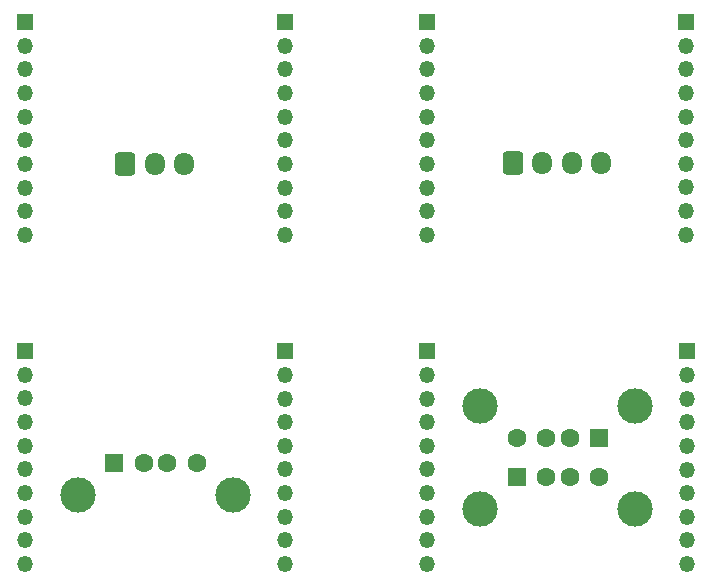
<source format=gbr>
%TF.GenerationSoftware,KiCad,Pcbnew,7.0.7*%
%TF.CreationDate,2023-10-06T19:00:49-06:00*%
%TF.ProjectId,Modular_Interfaces_No_GigE,4d6f6475-6c61-4725-9f49-6e7465726661,rev?*%
%TF.SameCoordinates,Original*%
%TF.FileFunction,Copper,L2,Bot*%
%TF.FilePolarity,Positive*%
%FSLAX46Y46*%
G04 Gerber Fmt 4.6, Leading zero omitted, Abs format (unit mm)*
G04 Created by KiCad (PCBNEW 7.0.7) date 2023-10-06 19:00:49*
%MOMM*%
%LPD*%
G01*
G04 APERTURE LIST*
G04 Aperture macros list*
%AMRoundRect*
0 Rectangle with rounded corners*
0 $1 Rounding radius*
0 $2 $3 $4 $5 $6 $7 $8 $9 X,Y pos of 4 corners*
0 Add a 4 corners polygon primitive as box body*
4,1,4,$2,$3,$4,$5,$6,$7,$8,$9,$2,$3,0*
0 Add four circle primitives for the rounded corners*
1,1,$1+$1,$2,$3*
1,1,$1+$1,$4,$5*
1,1,$1+$1,$6,$7*
1,1,$1+$1,$8,$9*
0 Add four rect primitives between the rounded corners*
20,1,$1+$1,$2,$3,$4,$5,0*
20,1,$1+$1,$4,$5,$6,$7,0*
20,1,$1+$1,$6,$7,$8,$9,0*
20,1,$1+$1,$8,$9,$2,$3,0*%
G04 Aperture macros list end*
%TA.AperFunction,ComponentPad*%
%ADD10RoundRect,0.250000X-0.600000X-0.725000X0.600000X-0.725000X0.600000X0.725000X-0.600000X0.725000X0*%
%TD*%
%TA.AperFunction,ComponentPad*%
%ADD11O,1.700000X1.950000*%
%TD*%
%TA.AperFunction,ComponentPad*%
%ADD12R,1.350000X1.350000*%
%TD*%
%TA.AperFunction,ComponentPad*%
%ADD13O,1.350000X1.350000*%
%TD*%
%TA.AperFunction,ComponentPad*%
%ADD14R,1.600000X1.600000*%
%TD*%
%TA.AperFunction,ComponentPad*%
%ADD15C,1.600000*%
%TD*%
%TA.AperFunction,ComponentPad*%
%ADD16C,3.000000*%
%TD*%
G04 APERTURE END LIST*
D10*
%TO.P,J11,1,Pin_1*%
%TO.N,Net-(J11-Pin_1)*%
X139523507Y-78091199D03*
D11*
%TO.P,J11,2,Pin_2*%
%TO.N,Net-(J11-Pin_2)*%
X142023507Y-78091199D03*
%TO.P,J11,3,Pin_3*%
%TO.N,Net-(J11-Pin_3)*%
X144523507Y-78091199D03*
%TO.P,J11,4,Pin_4*%
%TO.N,Net-(J11-Pin_4)*%
X147023507Y-78091199D03*
%TD*%
D12*
%TO.P,J13,1,Pin_1*%
%TO.N,Net-(J11-Pin_3)*%
X154220000Y-66120000D03*
D13*
%TO.P,J13,2,Pin_2*%
%TO.N,Net-(J11-Pin_4)*%
X154220000Y-68120000D03*
%TO.P,J13,3,Pin_3*%
%TO.N,unconnected-(J13-Pin_3-Pad3)*%
X154220000Y-70120000D03*
%TO.P,J13,4,Pin_4*%
%TO.N,unconnected-(J13-Pin_4-Pad4)*%
X154220000Y-72120000D03*
%TO.P,J13,5,Pin_5*%
%TO.N,unconnected-(J13-Pin_5-Pad5)*%
X154220000Y-74120000D03*
%TO.P,J13,6,Pin_6*%
%TO.N,unconnected-(J13-Pin_6-Pad6)*%
X154220000Y-76120000D03*
%TO.P,J13,7,Pin_7*%
%TO.N,unconnected-(J13-Pin_7-Pad7)*%
X154220000Y-78120000D03*
%TO.P,J13,8,Pin_8*%
%TO.N,unconnected-(J13-Pin_8-Pad8)*%
X154220000Y-80120000D03*
%TO.P,J13,9,Pin_9*%
%TO.N,unconnected-(J13-Pin_9-Pad9)*%
X154220000Y-82120000D03*
%TO.P,J13,10,Pin_10*%
%TO.N,unconnected-(J13-Pin_10-Pad10)*%
X154220000Y-84120000D03*
%TD*%
%TO.P,J12,10,Pin_10*%
%TO.N,Net-(J11-Pin_2)*%
X132250000Y-84130000D03*
%TO.P,J12,9,Pin_9*%
%TO.N,unconnected-(J12-Pin_9-Pad9)*%
X132250000Y-82130000D03*
%TO.P,J12,8,Pin_8*%
%TO.N,unconnected-(J12-Pin_8-Pad8)*%
X132250000Y-80130000D03*
%TO.P,J12,7,Pin_7*%
%TO.N,unconnected-(J12-Pin_7-Pad7)*%
X132250000Y-78130000D03*
%TO.P,J12,6,Pin_6*%
%TO.N,unconnected-(J12-Pin_6-Pad6)*%
X132250000Y-76130000D03*
%TO.P,J12,5,Pin_5*%
%TO.N,unconnected-(J12-Pin_5-Pad5)*%
X132250000Y-74130000D03*
%TO.P,J12,4,Pin_4*%
%TO.N,unconnected-(J12-Pin_4-Pad4)*%
X132250000Y-72130000D03*
%TO.P,J12,3,Pin_3*%
%TO.N,unconnected-(J12-Pin_3-Pad3)*%
X132250000Y-70130000D03*
%TO.P,J12,2,Pin_2*%
%TO.N,unconnected-(J12-Pin_2-Pad2)*%
X132250000Y-68130000D03*
D12*
%TO.P,J12,1,Pin_1*%
%TO.N,Net-(J11-Pin_1)*%
X132250000Y-66130000D03*
%TD*%
%TO.P,J10,1,Pin_1*%
%TO.N,Net-(J10-Pin_1)*%
X120200000Y-66130000D03*
D13*
%TO.P,J10,2,Pin_2*%
%TO.N,unconnected-(J10-Pin_2-Pad2)*%
X120200000Y-68130000D03*
%TO.P,J10,3,Pin_3*%
%TO.N,unconnected-(J10-Pin_3-Pad3)*%
X120200000Y-70130000D03*
%TO.P,J10,4,Pin_4*%
%TO.N,unconnected-(J10-Pin_4-Pad4)*%
X120200000Y-72130000D03*
%TO.P,J10,5,Pin_5*%
%TO.N,unconnected-(J10-Pin_5-Pad5)*%
X120200000Y-74130000D03*
%TO.P,J10,6,Pin_6*%
%TO.N,unconnected-(J10-Pin_6-Pad6)*%
X120200000Y-76130000D03*
%TO.P,J10,7,Pin_7*%
%TO.N,unconnected-(J10-Pin_7-Pad7)*%
X120200000Y-78130000D03*
%TO.P,J10,8,Pin_8*%
%TO.N,unconnected-(J10-Pin_8-Pad8)*%
X120200000Y-80130000D03*
%TO.P,J10,9,Pin_9*%
%TO.N,unconnected-(J10-Pin_9-Pad9)*%
X120200000Y-82130000D03*
%TO.P,J10,10,Pin_10*%
%TO.N,unconnected-(J10-Pin_10-Pad10)*%
X120200000Y-84130000D03*
%TD*%
D12*
%TO.P,J9,1,Pin_1*%
%TO.N,Net-(J8-Pin_1)*%
X98210000Y-66130000D03*
D13*
%TO.P,J9,2,Pin_2*%
%TO.N,unconnected-(J9-Pin_2-Pad2)*%
X98210000Y-68130000D03*
%TO.P,J9,3,Pin_3*%
%TO.N,unconnected-(J9-Pin_3-Pad3)*%
X98210000Y-70130000D03*
%TO.P,J9,4,Pin_4*%
%TO.N,unconnected-(J9-Pin_4-Pad4)*%
X98210000Y-72130000D03*
%TO.P,J9,5,Pin_5*%
%TO.N,unconnected-(J9-Pin_5-Pad5)*%
X98210000Y-74130000D03*
%TO.P,J9,6,Pin_6*%
%TO.N,unconnected-(J9-Pin_6-Pad6)*%
X98210000Y-76130000D03*
%TO.P,J9,7,Pin_7*%
%TO.N,unconnected-(J9-Pin_7-Pad7)*%
X98210000Y-78130000D03*
%TO.P,J9,8,Pin_8*%
%TO.N,unconnected-(J9-Pin_8-Pad8)*%
X98210000Y-80130000D03*
%TO.P,J9,9,Pin_9*%
%TO.N,unconnected-(J9-Pin_9-Pad9)*%
X98210000Y-82130000D03*
%TO.P,J9,10,Pin_10*%
%TO.N,Net-(J8-Pin_2)*%
X98210000Y-84130000D03*
%TD*%
D10*
%TO.P,J8,1,Pin_1*%
%TO.N,Net-(J8-Pin_1)*%
X106693507Y-78171199D03*
D11*
%TO.P,J8,2,Pin_2*%
%TO.N,Net-(J8-Pin_2)*%
X109193507Y-78171199D03*
%TO.P,J8,3,Pin_3*%
%TO.N,Net-(J10-Pin_1)*%
X111693507Y-78171199D03*
%TD*%
D13*
%TO.P,J7,10,Pin_10*%
%TO.N,unconnected-(J7-Pin_10-Pad10)*%
X154250000Y-112010000D03*
%TO.P,J7,9,Pin_9*%
%TO.N,unconnected-(J7-Pin_9-Pad9)*%
X154250000Y-110010000D03*
%TO.P,J7,8,Pin_8*%
%TO.N,unconnected-(J7-Pin_8-Pad8)*%
X154250000Y-108010000D03*
%TO.P,J7,7,Pin_7*%
%TO.N,unconnected-(J7-Pin_7-Pad7)*%
X154250000Y-106010000D03*
%TO.P,J7,6,Pin_6*%
%TO.N,unconnected-(J7-Pin_6-Pad6)*%
X154250000Y-104010000D03*
%TO.P,J7,5,Pin_5*%
%TO.N,unconnected-(J7-Pin_5-Pad5)*%
X154250000Y-102010000D03*
%TO.P,J7,4,Pin_4*%
%TO.N,unconnected-(J7-Pin_4-Pad4)*%
X154250000Y-100010000D03*
%TO.P,J7,3,Pin_3*%
%TO.N,unconnected-(J7-Pin_3-Pad3)*%
X154250000Y-98010000D03*
%TO.P,J7,2,Pin_2*%
%TO.N,Net-(J5-D+)*%
X154250000Y-96010000D03*
D12*
%TO.P,J7,1,Pin_1*%
%TO.N,Net-(J5-D-)*%
X154250000Y-94010000D03*
%TD*%
%TO.P,J6,1,Pin_1*%
%TO.N,Net-(J4-VBUS)*%
X132272200Y-93999000D03*
D13*
%TO.P,J6,2,Pin_2*%
%TO.N,Net-(J4-D+)*%
X132272200Y-95999000D03*
%TO.P,J6,3,Pin_3*%
%TO.N,Net-(J4-D-)*%
X132272200Y-97999000D03*
%TO.P,J6,4,Pin_4*%
%TO.N,unconnected-(J6-Pin_4-Pad4)*%
X132272200Y-99999000D03*
%TO.P,J6,5,Pin_5*%
%TO.N,unconnected-(J6-Pin_5-Pad5)*%
X132272200Y-101999000D03*
%TO.P,J6,6,Pin_6*%
%TO.N,unconnected-(J6-Pin_6-Pad6)*%
X132272200Y-103999000D03*
%TO.P,J6,7,Pin_7*%
%TO.N,unconnected-(J6-Pin_7-Pad7)*%
X132272200Y-105999000D03*
%TO.P,J6,8,Pin_8*%
%TO.N,unconnected-(J6-Pin_8-Pad8)*%
X132272200Y-107999000D03*
%TO.P,J6,9,Pin_9*%
%TO.N,unconnected-(J6-Pin_9-Pad9)*%
X132272200Y-109999000D03*
%TO.P,J6,10,Pin_10*%
%TO.N,Net-(J4-GND)*%
X132272200Y-111999000D03*
%TD*%
D14*
%TO.P,J5,1,VBUS*%
%TO.N,Net-(J4-VBUS)*%
X146830000Y-101300000D03*
D15*
%TO.P,J5,2,D-*%
%TO.N,Net-(J5-D-)*%
X144330000Y-101300000D03*
%TO.P,J5,3,D+*%
%TO.N,Net-(J5-D+)*%
X142330000Y-101300000D03*
%TO.P,J5,4,GND*%
%TO.N,Net-(J4-GND)*%
X139830000Y-101300000D03*
D16*
%TO.P,J5,5,Shield*%
X149900000Y-98590000D03*
X136760000Y-98590000D03*
%TD*%
D14*
%TO.P,J4,1,VBUS*%
%TO.N,Net-(J4-VBUS)*%
X139832200Y-104679000D03*
D15*
%TO.P,J4,2,D-*%
%TO.N,Net-(J4-D-)*%
X142332200Y-104679000D03*
%TO.P,J4,3,D+*%
%TO.N,Net-(J4-D+)*%
X144332200Y-104679000D03*
%TO.P,J4,4,GND*%
%TO.N,Net-(J4-GND)*%
X146832200Y-104679000D03*
D16*
%TO.P,J4,5,Shield*%
X136762200Y-107389000D03*
X149902200Y-107389000D03*
%TD*%
D12*
%TO.P,J3,1,Pin_1*%
%TO.N,Net-(J1-D-)*%
X120210000Y-94000000D03*
D13*
%TO.P,J3,2,Pin_2*%
%TO.N,Net-(J1-D+)*%
X120210000Y-96000000D03*
%TO.P,J3,3,Pin_3*%
%TO.N,unconnected-(J3-Pin_3-Pad3)*%
X120210000Y-98000000D03*
%TO.P,J3,4,Pin_4*%
%TO.N,unconnected-(J3-Pin_4-Pad4)*%
X120210000Y-100000000D03*
%TO.P,J3,5,Pin_5*%
%TO.N,unconnected-(J3-Pin_5-Pad5)*%
X120210000Y-102000000D03*
%TO.P,J3,6,Pin_6*%
%TO.N,unconnected-(J3-Pin_6-Pad6)*%
X120210000Y-104000000D03*
%TO.P,J3,7,Pin_7*%
%TO.N,unconnected-(J3-Pin_7-Pad7)*%
X120210000Y-106000000D03*
%TO.P,J3,8,Pin_8*%
%TO.N,unconnected-(J3-Pin_8-Pad8)*%
X120210000Y-108000000D03*
%TO.P,J3,9,Pin_9*%
%TO.N,unconnected-(J3-Pin_9-Pad9)*%
X120210000Y-110000000D03*
%TO.P,J3,10,Pin_10*%
%TO.N,unconnected-(J3-Pin_10-Pad10)*%
X120210000Y-112000000D03*
%TD*%
D12*
%TO.P,J2,1,Pin_1*%
%TO.N,Net-(J1-VBUS)*%
X98230000Y-93990000D03*
D13*
%TO.P,J2,2,Pin_2*%
%TO.N,unconnected-(J2-Pin_2-Pad2)*%
X98230000Y-95990000D03*
%TO.P,J2,3,Pin_3*%
%TO.N,unconnected-(J2-Pin_3-Pad3)*%
X98230000Y-97990000D03*
%TO.P,J2,4,Pin_4*%
%TO.N,unconnected-(J2-Pin_4-Pad4)*%
X98230000Y-99990000D03*
%TO.P,J2,5,Pin_5*%
%TO.N,unconnected-(J2-Pin_5-Pad5)*%
X98230000Y-101990000D03*
%TO.P,J2,6,Pin_6*%
%TO.N,unconnected-(J2-Pin_6-Pad6)*%
X98230000Y-103990000D03*
%TO.P,J2,7,Pin_7*%
%TO.N,unconnected-(J2-Pin_7-Pad7)*%
X98230000Y-105990000D03*
%TO.P,J2,8,Pin_8*%
%TO.N,unconnected-(J2-Pin_8-Pad8)*%
X98230000Y-107990000D03*
%TO.P,J2,9,Pin_9*%
%TO.N,unconnected-(J2-Pin_9-Pad9)*%
X98230000Y-109990000D03*
%TO.P,J2,10,Pin_10*%
%TO.N,Net-(J1-GND)*%
X98230000Y-111990000D03*
%TD*%
D14*
%TO.P,J1,1,VBUS*%
%TO.N,Net-(J1-VBUS)*%
X105760200Y-103410800D03*
D15*
%TO.P,J1,2,D-*%
%TO.N,Net-(J1-D-)*%
X108260200Y-103410800D03*
%TO.P,J1,3,D+*%
%TO.N,Net-(J1-D+)*%
X110260200Y-103410800D03*
%TO.P,J1,4,GND*%
%TO.N,Net-(J1-GND)*%
X112760200Y-103410800D03*
D16*
%TO.P,J1,5,Shield*%
X102690200Y-106120800D03*
X115830200Y-106120800D03*
%TD*%
M02*

</source>
